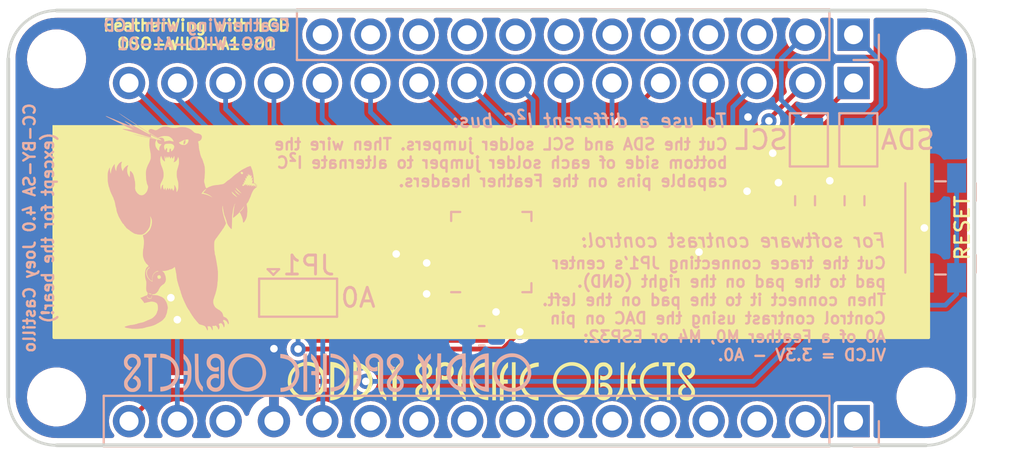
<source format=kicad_pcb>
(kicad_pcb (version 20211014) (generator pcbnew)
  (title_block (title "Wing with LCD") (date "2022-04-11") (rev "01") (company "Oddly Specific Objects"))
  (layers (0 "F.Cu" signal) (31 "B.Cu" signal) (34 "B.Paste" user) (35 "F.Paste" user) (36 "B.SilkS" user "B.Silkscreen") (37 "F.SilkS" user "F.Silkscreen") (38 "B.Mask" user) (39 "F.Mask" user) (44 "Edge.Cuts" user))
  (net 0 "")
  (net 1 "/FREE")
  (net 2 "/TX")
  (net 3 "/RX")
  (net 4 "/MISO")
  (net 5 "/MOSI")
  (net 6 "/SCK")
  (net 7 "/A5")
  (net 8 "/A4")
  (net 9 "/A3")
  (net 10 "/A2")
  (net 11 "/A1")
  (net 12 "/A0")
  (net 13 "GND")
  (net 14 "/AREF")
  (net 15 "+3V3")
  (net 16 "/~{RST}")
  (net 17 "/SDA")
  (net 18 "/SCL")
  (net 19 "/F0")
  (net 20 "/F1")
  (net 21 "/F2")
  (net 22 "/F3")
  (net 23 "/F4")
  (net 24 "/F5")
  (net 25 "/F6")
  (net 26 "/VUSB")
  (net 27 "/EN")
  (net 28 "/VBAT")
  (net 29 "/COM3")
  (net 30 "/COM2")
  (net 31 "/COM1")
  (net 32 "/COM0")
  (net 33 "/SEG11")
  (net 34 "/SEG10")
  (net 35 "/SEG9")
  (net 36 "/SEG8")
  (net 37 "/SEG7")
  (net 38 "/SEG6")
  (net 39 "/SEG5")
  (net 40 "/SEG4")
  (net 41 "/SEG3")
  (net 42 "/SEG2")
  (net 43 "/SEG1")
  (net 44 "/SEG0")
  (net 45 "/VLCD")
  (net 46 "/SDA_LCD")
  (net 47 "/SCL_LCD")
  (footprint "MountingHole:MountingHole_2.7mm_M2.5" (layer "F.Cu") (at 27.94 27.94)
    (fp_text reference "REF**" hide)
    (fp_text value "MountingHole_2.7mm_M2.5" hide)
    (pad "" np_thru_hole circle locked (at 0 0) (size 2.7 2.7) (drill 2.7) (layers *.Cu *.Mask))
  )
  (footprint "MountingHole:MountingHole_2.7mm_M2.5" (layer "F.Cu") (at 27.94 45.72)
    (fp_text reference "REF**" hide)
    (fp_text value "MountingHole_2.7mm_M2.5" hide)
    (pad "" np_thru_hole circle locked (at 0 0) (size 2.7 2.7) (drill 2.7) (layers *.Cu *.Mask))
  )
  (footprint "MountingHole:MountingHole_2.7mm_M2.5" (layer "F.Cu") (at 73.66 45.72)
    (fp_text reference "REF**" hide)
    (fp_text value "MountingHole_2.7mm_M2.5" hide)
    (pad "" np_thru_hole circle locked (at 0 0) (size 2.7 2.7) (drill 2.7) (layers *.Cu *.Mask))
  )
  (footprint "MountingHole:MountingHole_2.7mm_M2.5" (layer "F.Cu") (at 73.66 27.94)
    (fp_text reference "REF**" hide)
    (fp_text value "MountingHole_2.7mm_M2.5" hide)
    (pad "" np_thru_hole circle locked (at 0 0) (size 2.7 2.7) (drill 2.7) (layers *.Cu *.Mask))
  )
  (footprint "Connector_PinHeader_2.54mm:PinHeader_1x16_P2.54mm_Vertical" (layer "F.Cu") (at 69.85 29.21 -90)
    (fp_text reference "LCD1" hide)
    (fp_text value "Conn_01x16_Female" hide)
    (pad "1" thru_hole rect (at 0 0 270) (size 1.7 1.7) (drill 1) (layers *.Cu *.Mask) (net 29 "/COM3"))
    (pad "2" thru_hole oval (at 0 2.54 270) (size 1.7 1.7) (drill 1) (layers *.Cu *.Mask) (net 30 "/COM2"))
    (pad "3" thru_hole oval (at 0 5.08 270) (size 1.7 1.7) (drill 1) (layers *.Cu *.Mask) (net 31 "/COM1"))
    (pad "4" thru_hole oval (at 0 7.62 270) (size 1.7 1.7) (drill 1) (layers *.Cu *.Mask) (net 32 "/COM0"))
    (pad "5" thru_hole oval (at 0 10.16 270) (size 1.7 1.7) (drill 1) (layers *.Cu *.Mask) (net 44 "/SEG0"))
    (pad "6" thru_hole oval (at 0 12.7 270) (size 1.7 1.7) (drill 1) (layers *.Cu *.Mask) (net 33 "/SEG11"))
    (pad "7" thru_hole oval (at 0 15.24 270) (size 1.7 1.7) (drill 1) (layers *.Cu *.Mask) (net 34 "/SEG10"))
    (pad "8" thru_hole oval (at 0 17.78 270) (size 1.7 1.7) (drill 1) (layers *.Cu *.Mask) (net 35 "/SEG9"))
    (pad "9" thru_hole oval (at 0 20.32 270) (size 1.7 1.7) (drill 1) (layers *.Cu *.Mask) (net 36 "/SEG8"))
    (pad "10" thru_hole oval (at 0 22.86 270) (size 1.7 1.7) (drill 1) (layers *.Cu *.Mask) (net 37 "/SEG7"))
    (pad "11" thru_hole oval (at 0 25.4 270) (size 1.7 1.7) (drill 1) (layers *.Cu *.Mask) (net 38 "/SEG6"))
    (pad "12" thru_hole oval (at 0 27.94 270) (size 1.7 1.7) (drill 1) (layers *.Cu *.Mask) (net 39 "/SEG5"))
    (pad "13" thru_hole oval (at 0 30.48 270) (size 1.7 1.7) (drill 1) (layers *.Cu *.Mask) (net 40 "/SEG4"))
    (pad "14" thru_hole oval (at 0 33.02 270) (size 1.7 1.7) (drill 1) (layers *.Cu *.Mask) (net 41 "/SEG3"))
    (pad "15" thru_hole oval (at 0 35.56 270) (size 1.7 1.7) (drill 1) (layers *.Cu *.Mask) (net 42 "/SEG2"))
    (pad "16" thru_hole oval (at 0 38.1 270) (size 1.7 1.7) (drill 1) (layers *.Cu *.Mask) (net 43 "/SEG1"))
  )
  (footprint "Oddly_Specific_Artwork:oso-logotype-2mm" (layer "F.Cu") (at 50.8 44.9)
    (fp_text reference "G***" hide)
    (fp_text value "LOGO" hide)
  )
  (footprint "Connector_PinHeader_2.54mm:PinHeader_1x16_P2.54mm_Vertical" (layer "B.Cu") (at 69.85 46.99 90)
    (fp_text reference "J1" hide)
    (fp_text value "feather long" hide)
    (pad "1" thru_hole rect locked (at 0 0 90) (size 1.7 1.7) (drill 1) (layers *.Cu *.Mask) (net 1 "/FREE"))
    (pad "2" thru_hole oval locked (at 0 -2.54 90) (size 1.7 1.7) (drill 1) (layers *.Cu *.Mask) (net 2 "/TX"))
    (pad "3" thru_hole oval locked (at 0 -5.08 90) (size 1.7 1.7) (drill 1) (layers *.Cu *.Mask) (net 3 "/RX"))
    (pad "4" thru_hole oval locked (at 0 -7.62 90) (size 1.7 1.7) (drill 1) (layers *.Cu *.Mask) (net 4 "/MISO"))
    (pad "5" thru_hole oval locked (at 0 -10.16 90) (size 1.7 1.7) (drill 1) (layers *.Cu *.Mask) (net 5 "/MOSI"))
    (pad "6" thru_hole oval locked (at 0 -12.7 90) (size 1.7 1.7) (drill 1) (layers *.Cu *.Mask) (net 6 "/SCK"))
    (pad "7" thru_hole oval locked (at 0 -15.24 90) (size 1.7 1.7) (drill 1) (layers *.Cu *.Mask) (net 7 "/A5"))
    (pad "8" thru_hole oval locked (at 0 -17.78 90) (size 1.7 1.7) (drill 1) (layers *.Cu *.Mask) (net 8 "/A4"))
    (pad "9" thru_hole oval locked (at 0 -20.32 90) (size 1.7 1.7) (drill 1) (layers *.Cu *.Mask) (net 9 "/A3"))
    (pad "10" thru_hole oval locked (at 0 -22.86 90) (size 1.7 1.7) (drill 1) (layers *.Cu *.Mask) (net 10 "/A2"))
    (pad "11" thru_hole oval locked (at 0 -25.4 90) (size 1.7 1.7) (drill 1) (layers *.Cu *.Mask) (net 11 "/A1"))
    (pad "12" thru_hole oval locked (at 0 -27.94 90) (size 1.7 1.7) (drill 1) (layers *.Cu *.Mask) (net 12 "/A0"))
    (pad "13" thru_hole oval locked (at 0 -30.48 90) (size 1.7 1.7) (drill 1) (layers *.Cu *.Mask) (net 13 "GND"))
    (pad "14" thru_hole oval locked (at 0 -33.02 90) (size 1.7 1.7) (drill 1) (layers *.Cu *.Mask) (net 14 "/AREF"))
    (pad "15" thru_hole oval locked (at 0 -35.56 90) (size 1.7 1.7) (drill 1) (layers *.Cu *.Mask) (net 15 "+3V3"))
    (pad "16" thru_hole oval locked (at 0 -38.1 90) (size 1.7 1.7) (drill 1) (layers *.Cu *.Mask) (net 16 "/~{RST}"))
  )
  (footprint "Connector_PinHeader_2.54mm:PinHeader_1x12_P2.54mm_Vertical" (layer "B.Cu") (at 69.85 26.67 90)
    (fp_text reference "J2" hide)
    (fp_text value "feather short" hide)
    (pad "1" thru_hole rect locked (at 0 0 90) (size 1.7 1.7) (drill 1) (layers *.Cu *.Mask) (net 17 "/SDA"))
    (pad "2" thru_hole oval locked (at 0 -2.54 90) (size 1.7 1.7) (drill 1) (layers *.Cu *.Mask) (net 18 "/SCL"))
    (pad "3" thru_hole oval locked (at 0 -5.08 90) (size 1.7 1.7) (drill 1) (layers *.Cu *.Mask) (net 19 "/F0"))
    (pad "4" thru_hole oval locked (at 0 -7.62 90) (size 1.7 1.7) (drill 1) (layers *.Cu *.Mask) (net 20 "/F1"))
    (pad "5" thru_hole oval locked (at 0 -10.16 90) (size 1.7 1.7) (drill 1) (layers *.Cu *.Mask) (net 21 "/F2"))
    (pad "6" thru_hole oval locked (at 0 -12.7 90) (size 1.7 1.7) (drill 1) (layers *.Cu *.Mask) (net 22 "/F3"))
    (pad "7" thru_hole oval locked (at 0 -15.24 90) (size 1.7 1.7) (drill 1) (layers *.Cu *.Mask) (net 23 "/F4"))
    (pad "8" thru_hole oval locked (at 0 -17.78 90) (size 1.7 1.7) (drill 1) (layers *.Cu *.Mask) (net 24 "/F5"))
    (pad "9" thru_hole oval locked (at 0 -20.32 90) (size 1.7 1.7) (drill 1) (layers *.Cu *.Mask) (net 25 "/F6"))
    (pad "10" thru_hole oval locked (at 0 -22.86 90) (size 1.7 1.7) (drill 1) (layers *.Cu *.Mask) (net 26 "/VUSB"))
    (pad "11" thru_hole oval locked (at 0 -25.4 90) (size 1.7 1.7) (drill 1) (layers *.Cu *.Mask) (net 27 "/EN"))
    (pad "12" thru_hole oval locked (at 0 -27.94 90) (size 1.7 1.7) (drill 1) (layers *.Cu *.Mask) (net 28 "/VBAT"))
  )
  (footprint "Oddly_Specific_Artwork:oso-bear-8mm-wide" (layer "B.Cu") (at 34.5 36.5 180)
    (fp_text reference "G***" hide)
    (fp_text value "LOGO" hide)
  )
  (footprint "Jumper:SolderJumper-2_P1.3mm_Bridged_Pad1.0x1.5mm" (layer "B.Cu") (at 67.5 32.2 -90)
    (fp_text reference "JP3" hide)
    (fp_text value "Jumper_2_Bridged")
    (fp_poly (pts (xy -0.25 0.3) (xy 0.25 0.3) (xy 0.25 -0.3) (xy -0.25 -0.3)) (layer "B.Cu") (width 0) (fill solid))
    (pad "1" smd rect (at -0.65 0 270) (size 1 1.5) (layers "B.Cu" "B.Mask") (net 18 "/SCL"))
    (pad "2" smd rect (at 0.65 0 270) (size 1 1.5) (layers "B.Cu" "B.Mask") (net 47 "/SCL_LCD"))
  )
  (footprint "Oddly_Specific_Artwork:oso-logotype-2mm" (layer "B.Cu") (at 42.2 44.45 180)
    (fp_text reference "G***" hide)
    (fp_text value "LOGO" hide)
  )
  (footprint "Resistor_SMD:R_0603_1608Metric" (layer "B.Cu") (at 69.9 35.4 90)
    (fp_text reference "R1" hide)
    (fp_text value "10K")
    (pad "1" smd roundrect (at -0.825 0 90) (size 0.8 0.95) (layers "B.Cu" "B.Paste" "B.Mask") (net 15 "+3V3"))
    (pad "2" smd roundrect (at 0.825 0 90) (size 0.8 0.95) (layers "B.Cu" "B.Paste" "B.Mask") (net 46 "/SDA_LCD"))
  )
  (footprint "Jumper:SolderJumper-2_P1.3mm_Bridged_Pad1.0x1.5mm" (layer "B.Cu") (at 70.1 32.2 -90)
    (fp_text reference "JP2" hide)
    (fp_text value "Jumper_2_Bridged")
    (fp_poly (pts (xy -0.25 0.3) (xy 0.25 0.3) (xy 0.25 -0.3) (xy -0.25 -0.3)) (layer "B.Cu") (width 0) (fill solid))
    (pad "1" smd rect (at -0.65 0 270) (size 1 1.5) (layers "B.Cu" "B.Mask") (net 17 "/SDA"))
    (pad "2" smd rect (at 0.65 0 270) (size 1 1.5) (layers "B.Cu" "B.Mask") (net 46 "/SDA_LCD"))
  )
  (footprint "Jumper:SolderJumper-3_P1.3mm_Bridged12_Pad1.0x1.5mm" (layer "B.Cu") (at 40.64 40.5)
    (fp_text reference "JP1" (at 0.56 -1.7) (layer "B.SilkS") (effects (justify mirror)))
    (fp_text value "Jumper_3_Bridged12" hide)
    (fp_poly (pts (xy -0.9 0.3) (xy -0.4 0.3) (xy -0.4 -0.3) (xy -0.9 -0.3)) (layer "B.Cu") (width 0) (fill solid))
    (pad "1" smd rect (at -1.3 0) (size 1 1.5) (layers "B.Cu" "B.Mask") (net 13 "GND"))
    (pad "2" smd rect (at 0 0) (size 1 1.5) (layers "B.Cu" "B.Mask") (net 45 "/VLCD"))
    (pad "3" smd rect (at 1.3 0) (size 1 1.5) (layers "B.Cu" "B.Mask") (net 12 "/A0"))
  )
  (footprint "Resistor_SMD:R_0603_1608Metric" (layer "B.Cu") (at 67.3 35.4 90)
    (fp_text reference "R2" hide)
    (fp_text value "10K")
    (pad "1" smd roundrect (at -0.825 0 90) (size 0.8 0.95) (layers "B.Cu" "B.Paste" "B.Mask") (net 15 "+3V3"))
    (pad "2" smd roundrect (at 0.825 0 90) (size 0.8 0.95) (layers "B.Cu" "B.Paste" "B.Mask") (net 47 "/SCL_LCD"))
  )
  (footprint "Capacitor_SMD:C_0603_1608Metric" (layer "B.Cu") (at 50.3 42.5 180)
    (fp_text reference "C1" hide)
    (fp_text value "0.1uF")
    (pad "1" smd roundrect (at -0.775 0 180) (size 0.9 0.95) (layers "B.Cu" "B.Paste" "B.Mask") (net 15 "+3V3"))
    (pad "2" smd roundrect (at 0.775 0 180) (size 0.9 0.95) (layers "B.Cu" "B.Paste" "B.Mask") (net 13 "GND"))
  )
  (footprint "Button_Switch_SMD:Panasonic_EVQPUJ_EVQPUA" (layer "B.Cu") (at 74.422 36.83 90)
    (fp_text reference "SW1" hide)
    (fp_text value "SW_Push")
    (pad "1" smd rect (at -2.625 0.85 270) (size 1.55 1) (layers "B.Cu" "B.Paste" "B.Mask") (net 16 "/~{RST}"))
    (pad "1" smd rect (at 2.625 0.85 270) (size 1.55 1) (layers "B.Cu" "B.Paste" "B.Mask") (net 16 "/~{RST}"))
    (pad "2" smd rect (at -2.625 -0.85 270) (size 1.55 1) (layers "B.Cu" "B.Paste" "B.Mask") (net 13 "GND"))
    (pad "2" smd rect (at 2.625 -0.85 270) (size 1.55 1) (layers "B.Cu" "B.Paste" "B.Mask") (net 13 "GND"))
  )
  (footprint "Package_DFN_QFN:QFN-24-1EP_4x4mm_P0.5mm_EP2.15x2.15mm" (layer "B.Cu") (at 50.8 38.1)
    (fp_text reference "U1" hide)
    (fp_text value "BU9796AMUV-E2")
    (pad "1" smd roundrect (at -1.9375 1.25) (size 0.875 0.25) (layers "B.Cu" "B.Paste" "B.Mask") (net 13 "GND"))
    (pad "2" smd roundrect (at -1.9375 0.75) (size 0.875 0.25) (layers "B.Cu" "B.Paste" "B.Mask") (net 47 "/SCL_LCD"))
    (pad "3" smd roundrect (at -1.9375 0.25) (size 0.875 0.25) (layers "B.Cu" "B.Paste" "B.Mask") (net 46 "/SDA_LCD"))
    (pad "4" smd roundrect (at -1.9375 -0.25) (size 0.875 0.25) (layers "B.Cu" "B.Paste" "B.Mask") (net 44 "/SEG0"))
    (pad "5" smd roundrect (at -1.9375 -0.75) (size 0.875 0.25) (layers "B.Cu" "B.Paste" "B.Mask") (net 43 "/SEG1"))
    (pad "6" smd roundrect (at -1.9375 -1.25) (size 0.875 0.25) (layers "B.Cu" "B.Paste" "B.Mask") (net 42 "/SEG2"))
    (pad "7" smd roundrect (at -1.25 -1.9375) (size 0.25 0.875) (layers "B.Cu" "B.Paste" "B.Mask") (net 41 "/SEG3"))
    (pad "8" smd roundrect (at -0.75 -1.9375) (size 0.25 0.875) (layers "B.Cu" "B.Paste" "B.Mask") (net 40 "/SEG4"))
    (pad "9" smd roundrect (at -0.25 -1.9375) (size 0.25 0.875) (layers "B.Cu" "B.Paste" "B.Mask") (net 39 "/SEG5"))
    (pad "10" smd roundrect (at 0.25 -1.9375) (size 0.25 0.875) (layers "B.Cu" "B.Paste" "B.Mask") (net 38 "/SEG6"))
    (pad "11" smd roundrect (at 0.75 -1.9375) (size 0.25 0.875) (layers "B.Cu" "B.Paste" "B.Mask") (net 37 "/SEG7"))
    (pad "12" smd roundrect (at 1.25 -1.9375) (size 0.25 0.875) (layers "B.Cu" "B.Paste" "B.Mask") (net 36 "/SEG8"))
    (pad "13" smd roundrect (at 1.9375 -1.25) (size 0.875 0.25) (layers "B.Cu" "B.Paste" "B.Mask") (net 35 "/SEG9"))
    (pad "14" smd roundrect (at 1.9375 -0.75) (size 0.875 0.25) (layers "B.Cu" "B.Paste" "B.Mask") (net 34 "/SEG10"))
    (pad "15" smd roundrect (at 1.9375 -0.25) (size 0.875 0.25) (layers "B.Cu" "B.Paste" "B.Mask") (net 33 "/SEG11"))
    (pad "16" smd roundrect (at 1.9375 0.25) (size 0.875 0.25) (layers "B.Cu" "B.Paste" "B.Mask") (net 32 "/COM0"))
    (pad "17" smd roundrect (at 1.9375 0.75) (size 0.875 0.25) (layers "B.Cu" "B.Paste" "B.Mask") (net 31 "/COM1"))
    (pad "18" smd roundrect (at 1.9375 1.25) (size 0.875 0.25) (layers "B.Cu" "B.Paste" "B.Mask") (net 30 "/COM2"))
    (pad "19" smd roundrect (at 1.25 1.9375) (size 0.25 0.875) (layers "B.Cu" "B.Paste" "B.Mask") (net 29 "/COM3"))
    (pad "20" smd roundrect (at 0.75 1.9375) (size 0.25 0.875) (layers "B.Cu" "B.Paste" "B.Mask") (net 45 "/VLCD"))
    (pad "21" smd roundrect (at 0.25 1.9375) (size 0.25 0.875) (layers "B.Cu" "B.Paste" "B.Mask") (net 15 "+3V3"))
    (pad "22" smd roundrect (at -0.25 1.9375) (size 0.25 0.875) (layers "B.Cu" "B.Paste" "B.Mask") (net 13 "GND"))
    (pad "23" smd roundrect (at -0.75 1.9375) (size 0.25 0.875) (layers "B.Cu" "B.Paste" "B.Mask") (net 13 "GND"))
    (pad "24" smd roundrect (at -1.25 1.9375) (size 0.25 0.875) (layers "B.Cu" "B.Paste" "B.Mask") (net 13 "GND"))
    (pad "25" smd rect (at 0 0) (size 2.15 2.15) (layers "B.Cu" "B.Mask") (net 13 "GND"))
  )
  (gr_rect (start 27.8 31.5) (end 73.8 42.6) (layer "F.SilkS") (width 0.15) (fill solid))
  (gr_arc (start 73.66 25.4) (mid 75.456051 26.143949) (end 76.2 27.94) (layer "Edge.Cuts") (width 0.15))
  (gr_line (start 25.4 45.72) (end 25.4 27.94) (layer "Edge.Cuts") (width 0.2))
  (gr_arc (start 27.94 48.26) (mid 26.143949 47.516051) (end 25.4 45.72) (layer "Edge.Cuts") (width 0.15))
  (gr_line (start 73.66 48.26) (end 27.94 48.26) (layer "Edge.Cuts") (width 0.2))
  (gr_line (start 27.94 25.4) (end 73.66 25.4) (layer "Edge.Cuts") (width 0.2))
  (gr_arc (start 25.4 27.94) (mid 26.143949 26.143949) (end 27.94 25.4) (layer "Edge.Cuts") (width 0.15))
  (gr_line (start 76.2 27.94) (end 76.2 45.72) (layer "Edge.Cuts") (width 0.2))
  (gr_arc (start 76.2 45.72) (mid 75.456051 47.516051) (end 73.66 48.26) (layer "Edge.Cuts") (width 0.15))
  (gr_text "To use a different I²C bus:" (at 63.3 31.2) (layer "B.SilkS") (effects (font (size 0.7 0.7) (thickness 0.125) italic) (justify left mirror)))
  (gr_text "SCL" (at 65 32.2) (layer "B.SilkS") (effects (font (size 1 1)) (justify mirror)))
  (gr_text "FeatherWing with LCD\nOSO-WILD-A1-01" (at 35.306 26.67) (layer "B.SilkS") (effects (font (size 0.6 0.6) (thickness 0.125)) (justify mirror)))
  (gr_text "For software contrast control:\n" (at 71.628 37.5) (layer "B.SilkS") (effects (font (size 0.7 0.7) (thickness 0.125) italic) (justify left mirror)))
  (gr_text "A0" (at 43.8 40.5) (layer "B.SilkS") (effects (font (size 1 1)) (justify mirror)))
  (gr_text "SDA" (at 72.7 32.2) (layer "B.SilkS") (effects (font (size 1 1)) (justify mirror)))
  (gr_text "Cut the SDA and SCL solder jumpers. Then wire the\nbottom side of each solder jumper to alternate I²C\ncapable pins on the Feather headers." (at 63.3 33.4) (layer "B.SilkS") (effects (font (size 0.6 0.6) (thickness 0.125)) (justify left mirror)))
  (gr_text "Cut the trace connecting JP1's center\npad to the pad on the right (GND).\nThen connect it to the pad on the left.\nControl contrast using the DAC on pin\nA0 of a Feather M0, M4 or ESP32:\nVLCD = 3.3V - A0." (at 71.628 41.1) (layer "B.SilkS") (effects (font (size 0.6 0.6) (thickness 0.125)) (justify left mirror)))
  (gr_text "CC-BY-SA 4.0 Joey Castillo\n(except for the bear!)" (at 27 36.83 90) (layer "B.SilkS") (effects (font (size 0.6 0.6) (thickness 0.125)) (justify mirror)))
  (gr_text "RESET" (at 75.565 36.83 90) (layer "F.SilkS") (effects (font (size 0.75 0.75) (thickness 0.125))))
  (gr_text "FeatherWing with LCD\nOSO-WILD-A1-01" (at 35.306 26.67) (layer "F.SilkS") (effects (font (size 0.6 0.6) (thickness 0.125))))
  (segment (start 41.94 46.96) (end 41.91 46.99) (width 0.25) (layer "B.Cu") (net 12))
  (segment (start 41.94 40.64) (end 41.94 46.96) (width 0.25) (layer "B.Cu") (net 12))
  (via (at 33.95 40.5) (size 0.8) (drill 0.4) (layers "F.Cu" "B.Cu") (net 13))
  (via (at 39.37 43.18) (size 0.8) (drill 0.4) (layers "F.Cu" "B.Cu") (net 13))
  (via (at 73.572 36.83) (size 0.8) (drill 0.4) (layers "F.Cu" "B.Cu") (net 13))
  (via (at 68.6 34.35) (size 0.8) (drill 0.4) (layers "F.Cu" "B.Cu") (net 13))
  (via (at 64.3 31) (size 0.8) (drill 0.4) (layers "F.Cu" "B.Cu") (net 13))
  (segment (start 49.55 40.0375) (end 49.55 39.35) (width 0.25) (layer "B.Cu") (net 13))
  (segment (start 49.525 41.600386) (end 50.012693 41.112693) (width 0.25) (layer "B.Cu") (net 13))
  (segment (start 49.525 42.7) (end 49.525 41.600386) (width 0.25) (layer "B.Cu") (net 13))
  (segment (start 39.37 46.99) (end 39.37 45.143615) (width 0.25) (layer "B.Cu") (net 13))
  (segment (start 50.012693 41.112693) (end 50.55 40.575386) (width 0.25) (layer "B.Cu") (net 13))
  (segment (start 49.55 39.35) (end 50.8 38.1) (width 0.25) (layer "B.Cu") (net 13))
  (segment (start 50.05 38.85) (end 50.8 38.1) (width 0.25) (layer "B.Cu") (net 13))
  (segment (start 50.55 38.35) (end 50.8 38.1) (width 0.25) (layer "B.Cu") (net 13))
  (segment (start 39.37 45.143615) (end 39.37 43.18) (width 0.25) (layer "B.Cu") (net 13))
  (segment (start 50.05 40.0375) (end 50.05 38.85) (width 0.25) (layer "B.Cu") (net 13))
  (segment (start 50.55 40.0375) (end 50.55 38.35) (width 0.25) (layer "B.Cu") (net 13))
  (segment (start 50.55 40.575386) (end 50.55 40.0375) (width 0.25) (layer "B.Cu") (net 13))
  (segment (start 48.8625 39.35) (end 49.55 39.35) (width 0.25) (layer "B.Cu") (net 13))
  (segment (start 73.572 36.348) (end 73.572 39.455) (width 0.25) (layer "B.Cu") (net 13))
  (segment (start 73.572 34.205) (end 73.572 36.348) (width 0.25) (layer "B.Cu") (net 13))
  (segment (start 51.05 41.25) (end 51.05 41.1) (width 0.25) (layer "F.Cu") (net 15))
  (segment (start 54.05 38.1) (end 61.722 38.1) (width 0.25) (layer "F.Cu") (net 15))
  (segment (start 51.05 41.1) (end 54.05 38.1) (width 0.25) (layer "F.Cu") (net 15))
  (segment (start 51.05 41.25) (end 50.644 41.656) (width 0.25) (layer "F.Cu") (net 15))
  (segment (start 50.644 41.656) (end 34.29 41.656) (width 0.25) (layer "F.Cu") (net 15))
  (via (at 34.29 41.656) (size 0.8) (drill 0.4) (layers "F.Cu" "B.Cu") (net 15))
  (via (at 51.05 41.25) (size 0.8) (drill 0.4) (layers "F.Cu" "B.Cu") (net 15))
  (via (at 61.722 38.1) (size 0.8) (drill 0.4) (layers "F.Cu" "B.Cu") (net 15))
  (segment (start 69.9 36.225) (end 67.3 36.225) (width 0.25) (layer "B.Cu") (net 15))
  (segment (start 67.3 36.225) (end 63.597 36.225) (width 0.25) (layer "B.Cu") (net 15))
  (segment (start 51.05 41.25) (end 51.05 40.0375) (width 0.25) (layer "B.Cu") (net 15))
  (segment (start 51.05 41.25) (end 51.075 41.275) (width 0.25) (layer "B.Cu") (net 15))
  (segment (start 34.29 41.656) (end 34.29 46.99) (width 0.25) (layer "B.Cu") (net 15))
  (segment (start 51.075 41.275) (end 51.075 42.7) (width 0.25) (layer "B.Cu") (net 15))
  (segment (start 63.597 36.225) (end 61.722 38.1) (width 0.25) (layer "B.Cu") (net 15))
  (segment (start 44.2 44.9) (end 33.84 44.9) (width 0.25) (layer "F.Cu") (net 16))
  (segment (start 33.84 44.9) (end 31.75 46.99) (width 0.25) (layer "F.Cu") (net 16))
  (via (at 44.2 44.9) (size 0.8) (drill 0.4) (layers "F.Cu" "B.Cu") (net 16))
  (segment (start 68.58 40.894) (end 74.676 40.894) (width 0.25) (layer "B.Cu") (net 16))
  (segment (start 64.574 44.9) (end 68.58 40.894) (width 0.25) (layer "B.Cu") (net 16))
  (segment (start 74.676 40.894) (end 75.272 40.298) (width 0.25) (layer "B.Cu") (net 16))
  (segment (start 75.272 34.205) (end 75.272 39.455) (width 0.25) (layer "B.Cu") (net 16))
  (segment (start 75.272 40.298) (end 75.272 39.455) (width 0.25) (layer "B.Cu") (net 16))
  (segment (start 44.2 44.9) (end 64.574 44.9) (width 0.25) (layer "B.Cu") (net 16))
  (segment (start 71.3 28.1) (end 71.3 30.35) (width 0.25) (layer "B.Cu") (net 17))
  (segment (start 71.3 30.35) (end 70.1 31.55) (width 0.25) (layer "B.Cu") (net 17))
  (segment (start 69.87 26.67) (end 71.3 28.1) (width 0.25) (layer "B.Cu") (net 17))
  (segment (start 69.85 26.67) (end 69.87 26.67) (width 0.25) (layer "B.Cu") (net 17))
  (segment (start 66.05 30.1) (end 67.5 31.55) (width 0.25) (layer "B.Cu") (net 18))
  (segment (start 67.31 26.67) (end 66.05 27.93) (width 0.25) (layer "B.Cu") (net 18))
  (segment (start 66.05 27.93) (end 66.05 30.1) (width 0.25) (layer "B.Cu") (net 18))
  (segment (start 67.55 30.95) (end 68.11 30.95) (width 0.25) (layer "F.Cu") (net 29))
  (segment (start 65.6 32.9) (end 67.55 30.95) (width 0.25) (layer "F.Cu") (net 29))
  (segment (start 68.11 30.95) (end 69.85 29.21) (width 0.25) (layer "F.Cu") (net 29))
  (via (at 65.6 32.9) (size 0.8) (drill 0.4) (layers "F.Cu" "B.Cu") (net 29))
  (segment (start 57.55 40.35) (end 65 32.9) (width 0.25) (layer "B.Cu") (net 29))
  (segment (start 57.55 40.35) (end 52.1 40.35) (width 0.25) (layer "B.Cu") (net 29))
  (segment (start 52.05 40.3) (end 52.05 40.0375) (width 0.25) (layer "B.Cu") (net 29))
  (segment (start 65.6 32.9) (end 65 32.9) (width 0.25) (layer "B.Cu") (net 29))
  (segment (start 52.1 40.35) (end 52.05 40.3) (width 0.25) (layer "B.Cu") (net 29))
  (segment (start 65.4 31.12) (end 67.31 29.21) (width 0.25) (layer "F.Cu") (net 30))
  (segment (start 65.4 31.2) (end 65.4 31.12) (width 0.25) (layer "F.Cu") (net 30))
  (via (at 65.4 31.2) (size 0.8) (drill 0.4) (layers "F.Cu" "B.Cu") (net 30))
  (segment (start 65.325 31.2) (end 65.4 31.2) (width 0.25) (layer "B.Cu") (net 30))
  (segment (start 52.7375 39.35) (end 57.175 39.35) (width 0.25) (layer "B.Cu") (net 30))
  (segment (start 57.175 39.35) (end 65.325 31.2) (width 0.25) (layer "B.Cu") (net 30))
  (segment (start 56.35 38.85) (end 63.5 31.7) (width 0.25) (layer "B.Cu") (net 31))
  (segment (start 63.5 31.7) (end 63.5 30.48) (width 0.25) (layer "B.Cu") (net 31))
  (segment (start 52.7375 38.85) (end 56.35 38.85) (width 0.25) (layer "B.Cu") (net 31))
  (segment (start 63.5 30.48) (end 64.77 29.21) (width 0.25) (layer "B.Cu") (net 31))
  (segment (start 62.23 31.57) (end 62.23 29.21) (width 0.25) (layer "B.Cu") (net 32))
  (segment (start 55.45 38.35) (end 62.23 31.57) (width 0.25) (layer "B.Cu") (net 32))
  (segment (start 52.7375 38.35) (end 55.45 38.35) (width 0.25) (layer "B.Cu") (net 32))
  (segment (start 57.15 35.35) (end 57.15 29.21) (width 0.25) (layer "B.Cu") (net 33))
  (segment (start 52.7375 37.85) (end 54.65 37.85) (width 0.25) (layer "B.Cu") (net 33))
  (segment (start 54.65 37.85) (end 57.15 35.35) (width 0.25) (layer "B.Cu") (net 33))
  (segment (start 54.61 35.99) (end 54.61 29.21) (width 0.25) (layer "B.Cu") (net 34))
  (segment (start 52.7375 37.35) (end 53.25 37.35) (width 0.25) (layer "B.Cu") (net 34))
  (segment (start 53.25 37.35) (end 54.61 35.99) (width 0.25) (layer "B.Cu") (net 34))
  (segment (start 52.7375 36.85) (end 53 36.85) (width 0.25) (layer "B.Cu") (net 35))
  (segment (start 53 36.85) (end 53 30.14) (width 0.25) (layer "B.Cu") (net 35))
  (segment (start 53 30.14) (end 52.07 29.21) (width 0.25) (layer "B.Cu") (net 35))
  (segment (start 52.05 31.73) (end 49.53 29.21) (width 0.25) (layer "B.Cu") (net 36))
  (segment (start 52.05 36.1625) (end 52.05 31.73) (width 0.25) (layer "B.Cu") (net 36))
  (segment (start 46.99 29.21) (end 51.55 33.77) (width 0.25) (layer "B.Cu") (net 37))
  (segment (start 51.55 33.77) (end 51.55 36.1625) (width 0.25) (layer "B.Cu") (net 37))
  (segment (start 51.05 34.65) (end 48.9 32.5) (width 0.25) (layer "B.Cu") (net 38))
  (segment (start 48.9 32.5) (end 46.2 32.5) (width 0.25) (layer "B.Cu") (net 38))
  (segment (start 44.45 30.75) (end 44.45 29.21) (width 0.25) (layer "B.Cu") (net 38))
  (segment (start 51.05 36.1625) (end 51.05 34.65) (width 0.25) (layer "B.Cu") (net 38))
  (segment (start 46.2 32.5) (end 44.45 30.75) (width 0.25) (layer "B.Cu") (net 38))
  (segment (start 41.91 31.11) (end 41.91 29.21) (width 0.25) (layer "B.Cu") (net 39))
  (segment (start 50.55 36.1625) (end 50.55 35.514282) (width 0.25) (layer "B.Cu") (net 39))
  (segment (start 50.55 35.514282) (end 48.535718 33.5) (width 0.25) (layer "B.Cu") (net 39))
  (segment (start 44.3 33.5) (end 41.91 31.11) (width 0.25) (layer "B.Cu") (net 39))
  (segment (start 48.535718 33.5) (end 44.3 33.5) (width 0.25) (layer "B.Cu") (net 39))
  (segment (start 39.37 31.37) (end 42.5 34.5) (width 0.25) (layer "B.Cu") (net 40))
  (segment (start 39.37 29.21) (end 39.37 31.37) (width 0.25) (layer "B.Cu") (net 40))
  (segment (start 42.5 34.5) (end 48.9 34.5) (width 0.25) (layer "B.Cu") (net 40))
  (segment (start 50.05 35.65) (end 50.05 36.1625) (width 0.25) (layer "B.Cu") (net 40))
  (segment (start 48.9 34.5) (end 50.05 35.65) (width 0.25) (layer "B.Cu") (net 40))
  (segment (start 49.214282 35.45) (end 41.7 35.45) (width 0.25) (layer "B.Cu") (net 41))
  (segment (start 49.55 35.785718) (end 49.214282 35.45) (width 0.25) (layer "B.Cu") (net 41))
  (segment (start 41.7 35.45) (end 36.83 30.58) (width 0.25) (layer "B.Cu") (net 41))
  (segment (start 36.83 30.58) (end 36.83 29.21) (width 0.25) (layer "B.Cu") (net 41))
  (segment (start 49.55 36.1625) (end 49.55 35.785718) (width 0.25) (layer "B.Cu") (net 41))
  (segment (start 40.7 36.4) (end 34.29 29.99) (width 0.25) (layer "B.Cu") (net 42))
  (segment (start 34.29 29.99) (end 34.29 29.21) (width 0.25) (layer "B.Cu") (net 42))
  (segment (start 47.75 36.4) (end 40.7 36.4) (width 0.25) (layer "B.Cu") (net 42))
  (segment (start 48.8625 36.85) (end 48.2 36.85) (width 0.25) (layer "B.Cu") (net 42))
  (segment (start 48.2 36.85) (end 47.75 36.4) (width 0.25) (layer "B.Cu") (net 42))
  (segment (start 48.8625 37.35) (end 39.89 37.35) (width 0.25) (layer "B.Cu") (net 43))
  (segment (start 39.89 37.35) (end 31.75 29.21) (width 0.25) (layer "B.Cu") (net 43))
  (segment (start 59.69 29.21) (end 55.8 33.1) (width 0.25) (layer "F.Cu") (net 44))
  (segment (start 55.8 33.1) (end 50.9 33.1) (width 0.25) (layer "F.Cu") (net 44))
  (segment (start 50.9 33.1) (end 45.8 38.2) (width 0.25) (layer "F.Cu") (net 44))
  (via (at 45.8 38.2) (size 0.8) (drill 0.4) (layers "F.Cu" "B.Cu") (net 44))
  (segment (start 46.15 37.85) (end 48.8625 37.85) (width 0.25) (layer "B.Cu") (net 44))
  (segment (start 45.8 38.2) (end 46.15 37.85) (width 0.25) (layer "B.Cu") (net 44))
  (segment (start 51.4 43.2) (end 40.64 43.2) (width 0.25) (layer "F.Cu") (net 45))
  (segment (start 52.3 42.3) (end 51.4 43.2) (width 0.25) (layer "F.Cu") (net 45))
  (via (at 52.3 42.3) (size 0.8) (drill 0.4) (layers "F.Cu" "B.Cu") (net 45))
  (via (at 40.64 43.2) (size 0.8) (drill 0.4) (layers "F.Cu" "B.Cu") (net 45))
  (segment (start 40.64 43.2) (end 40.64 40.64) (width 0.25) (layer "B.Cu") (net 45))
  (segment (start 51.55 40.65) (end 51.55 40.0375) (width 0.25) (layer "B.Cu") (net 45))
  (segment (start 52.3 41.4) (end 51.55 40.65) (width 0.25) (layer "B.Cu") (net 45))
  (segment (start 52.3 42.3) (end 52.3 41.4) (width 0.25) (layer "B.Cu") (net 45))
  (segment (start 51.175402 34.9) (end 47.403082 38.67232) (width 0.25) (layer "F.Cu") (net 46))
  (segment (start 64.25 34.9) (end 51.175402 34.9) (width 0.25) (layer "F.Cu") (net 46))
  (via (at 64.25 34.9) (size 0.8) (drill 0.4) (layers "F.Cu" "B.Cu") (net 46))
  (via (at 47.403082 38.67232) (size 0.8) (drill 0.4) (layers "F.Cu" "B.Cu") (net 46))
  (segment (start 47.403082 38.67232) (end 47.725402 38.35) (width 0.25) (layer "B.Cu") (net 46))
  (segment (start 64.25 34.9) (end 64.7 35.35) (width 0.25) (layer "B.Cu") (net 46))
  (segment (start 64.7 35.35) (end 69.125 35.35) (width 0.25) (layer "B.Cu") (net 46))
  (segment (start 70.1 34.375) (end 69.9 34.575) (width 0.25) (layer "B.Cu") (net 46))
  (segment (start 70.1 32.85) (end 70.1 34.375) (width 0.25) (layer "B.Cu") (net 46))
  (segment (start 69.125 35.35) (end 69.9 34.575) (width 0.25) (layer "B.Cu") (net 46))
  (segment (start 47.725402 38.35) (end 48.8625 38.35) (width 0.25) (layer "B.Cu") (net 46))
  (segment (start 64.6 36.3) (end 54.2 36.3) (width 0.25) (layer "F.Cu") (net 47))
  (segment (start 65.9 35) (end 64.6 36.3) (width 0.25) (layer "F.Cu") (net 47))
  (segment (start 54.2 36.3) (end 50.2 40.3) (width 0.25) (layer "F.Cu") (net 47))
  (segment (start 50.2 40.3) (end 47.4 40.3) (width 0.25) (layer "F.Cu") (net 47))
  (segment (start 65.9 34.45) (end 65.9 35) (width 0.25) (layer "F.Cu") (net 47))
  (via (at 47.4 40.3) (size 0.8) (drill 0.4) (layers "F.Cu" "B.Cu") (net 47))
  (via (at 65.9 34.45) (size 0.8) (drill 0.4) (layers "F.Cu" "B.Cu") (net 47))
  (segment (start 48.377672 38.85) (end 48.8625 38.85) (width 0.25) (layer "B.Cu") (net 47))
  (segment (start 67.5 34.375) (end 67.3 34.575) (width 0.25) (layer "B.Cu") (net 47))
  (segment (start 47.4 39.827672) (end 48.377672 38.85) (width 0.25) (layer "B.Cu") (net 47))
  (segment (start 67.3 34.575) (end 66.025 34.575) (width 0.25) (layer "B.Cu") (net 47))
  (segment (start 66.025 34.575) (end 65.9 34.45) (width 0.25) (layer "B.Cu") (net 47))
  (segment (start 47.4 40.3) (end 47.4 39.827672) (width 0.25) (layer "B.Cu") (net 47))
  (segment (start 67.5 32.85) (end 67.5 34.375) (width 0.25) (layer "B.Cu") (net 47))
  (zone (net 13) (net_name "GND") (layers F&B.Cu) (connect_pads (clearance 0.2032)) (min_thickness 0.254) (fill yes (thermal_gap 0.508) (thermal_bridge_width 0.508))
    (polygon (pts (xy 77 49) (xy 25 49) (xy 25 25) (xy 77 25)))
  )
)
</source>
